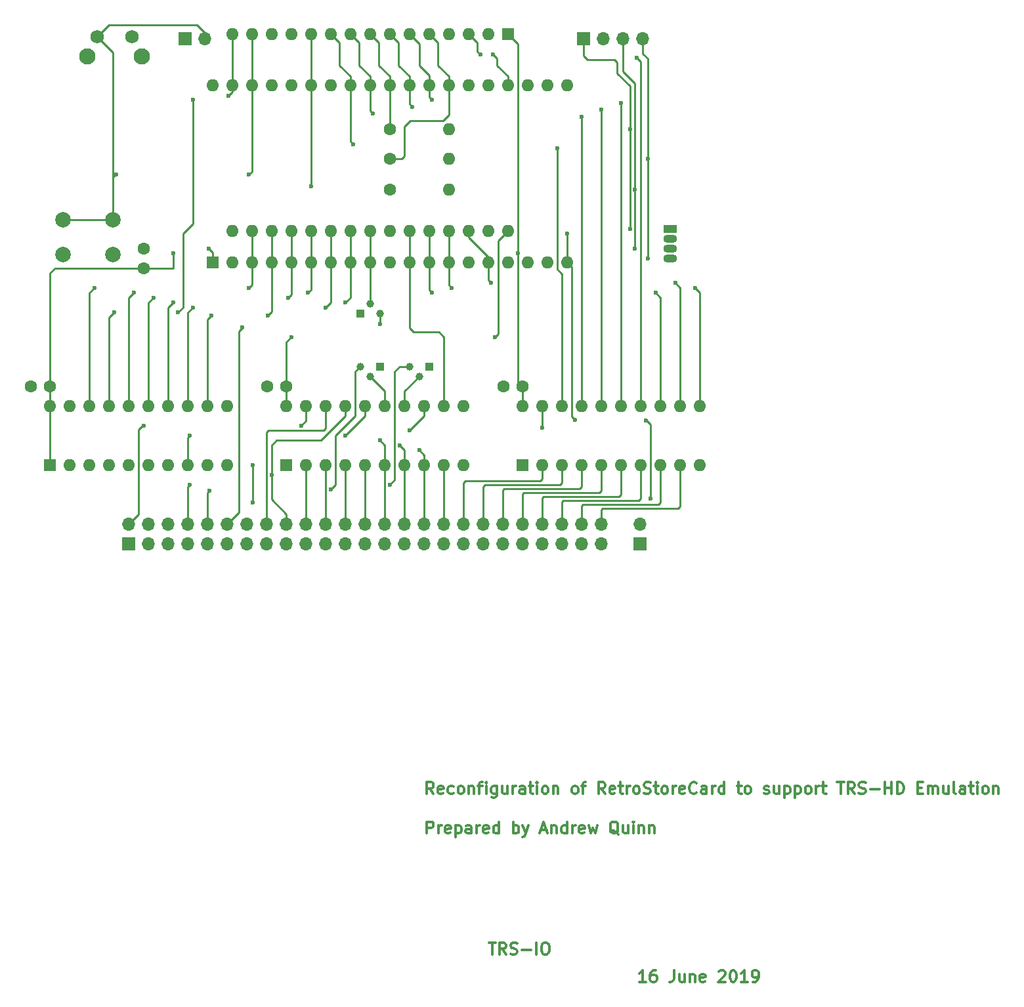
<source format=gbr>
G04 #@! TF.FileFunction,Copper,L1,Top,Signal*
%FSLAX46Y46*%
G04 Gerber Fmt 4.6, Leading zero omitted, Abs format (unit mm)*
G04 Created by KiCad (PCBNEW 4.0.7) date 07/07/19 07:38:13*
%MOMM*%
%LPD*%
G01*
G04 APERTURE LIST*
%ADD10C,0.100000*%
%ADD11C,0.300000*%
%ADD12C,1.600000*%
%ADD13R,1.800000X1.070000*%
%ADD14O,1.800000X1.070000*%
%ADD15C,1.000000*%
%ADD16R,1.000000X1.000000*%
%ADD17O,1.600000X1.600000*%
%ADD18C,2.000000*%
%ADD19R,1.600000X1.600000*%
%ADD20R,1.700000X1.700000*%
%ADD21O,1.700000X1.700000*%
%ADD22C,2.100000*%
%ADD23C,1.750000*%
%ADD24C,0.600000*%
%ADD25C,0.250000*%
G04 APERTURE END LIST*
D10*
D11*
X180284286Y-169451571D02*
X179784286Y-168737286D01*
X179427143Y-169451571D02*
X179427143Y-167951571D01*
X179998571Y-167951571D01*
X180141429Y-168023000D01*
X180212857Y-168094429D01*
X180284286Y-168237286D01*
X180284286Y-168451571D01*
X180212857Y-168594429D01*
X180141429Y-168665857D01*
X179998571Y-168737286D01*
X179427143Y-168737286D01*
X181498571Y-169380143D02*
X181355714Y-169451571D01*
X181070000Y-169451571D01*
X180927143Y-169380143D01*
X180855714Y-169237286D01*
X180855714Y-168665857D01*
X180927143Y-168523000D01*
X181070000Y-168451571D01*
X181355714Y-168451571D01*
X181498571Y-168523000D01*
X181570000Y-168665857D01*
X181570000Y-168808714D01*
X180855714Y-168951571D01*
X182855714Y-169380143D02*
X182712857Y-169451571D01*
X182427143Y-169451571D01*
X182284285Y-169380143D01*
X182212857Y-169308714D01*
X182141428Y-169165857D01*
X182141428Y-168737286D01*
X182212857Y-168594429D01*
X182284285Y-168523000D01*
X182427143Y-168451571D01*
X182712857Y-168451571D01*
X182855714Y-168523000D01*
X183712857Y-169451571D02*
X183569999Y-169380143D01*
X183498571Y-169308714D01*
X183427142Y-169165857D01*
X183427142Y-168737286D01*
X183498571Y-168594429D01*
X183569999Y-168523000D01*
X183712857Y-168451571D01*
X183927142Y-168451571D01*
X184069999Y-168523000D01*
X184141428Y-168594429D01*
X184212857Y-168737286D01*
X184212857Y-169165857D01*
X184141428Y-169308714D01*
X184069999Y-169380143D01*
X183927142Y-169451571D01*
X183712857Y-169451571D01*
X184855714Y-168451571D02*
X184855714Y-169451571D01*
X184855714Y-168594429D02*
X184927142Y-168523000D01*
X185070000Y-168451571D01*
X185284285Y-168451571D01*
X185427142Y-168523000D01*
X185498571Y-168665857D01*
X185498571Y-169451571D01*
X185998571Y-168451571D02*
X186570000Y-168451571D01*
X186212857Y-169451571D02*
X186212857Y-168165857D01*
X186284285Y-168023000D01*
X186427143Y-167951571D01*
X186570000Y-167951571D01*
X187070000Y-169451571D02*
X187070000Y-168451571D01*
X187070000Y-167951571D02*
X186998571Y-168023000D01*
X187070000Y-168094429D01*
X187141428Y-168023000D01*
X187070000Y-167951571D01*
X187070000Y-168094429D01*
X188427143Y-168451571D02*
X188427143Y-169665857D01*
X188355714Y-169808714D01*
X188284286Y-169880143D01*
X188141429Y-169951571D01*
X187927143Y-169951571D01*
X187784286Y-169880143D01*
X188427143Y-169380143D02*
X188284286Y-169451571D01*
X187998572Y-169451571D01*
X187855714Y-169380143D01*
X187784286Y-169308714D01*
X187712857Y-169165857D01*
X187712857Y-168737286D01*
X187784286Y-168594429D01*
X187855714Y-168523000D01*
X187998572Y-168451571D01*
X188284286Y-168451571D01*
X188427143Y-168523000D01*
X189784286Y-168451571D02*
X189784286Y-169451571D01*
X189141429Y-168451571D02*
X189141429Y-169237286D01*
X189212857Y-169380143D01*
X189355715Y-169451571D01*
X189570000Y-169451571D01*
X189712857Y-169380143D01*
X189784286Y-169308714D01*
X190498572Y-169451571D02*
X190498572Y-168451571D01*
X190498572Y-168737286D02*
X190570000Y-168594429D01*
X190641429Y-168523000D01*
X190784286Y-168451571D01*
X190927143Y-168451571D01*
X192070000Y-169451571D02*
X192070000Y-168665857D01*
X191998571Y-168523000D01*
X191855714Y-168451571D01*
X191570000Y-168451571D01*
X191427143Y-168523000D01*
X192070000Y-169380143D02*
X191927143Y-169451571D01*
X191570000Y-169451571D01*
X191427143Y-169380143D01*
X191355714Y-169237286D01*
X191355714Y-169094429D01*
X191427143Y-168951571D01*
X191570000Y-168880143D01*
X191927143Y-168880143D01*
X192070000Y-168808714D01*
X192570000Y-168451571D02*
X193141429Y-168451571D01*
X192784286Y-167951571D02*
X192784286Y-169237286D01*
X192855714Y-169380143D01*
X192998572Y-169451571D01*
X193141429Y-169451571D01*
X193641429Y-169451571D02*
X193641429Y-168451571D01*
X193641429Y-167951571D02*
X193570000Y-168023000D01*
X193641429Y-168094429D01*
X193712857Y-168023000D01*
X193641429Y-167951571D01*
X193641429Y-168094429D01*
X194570001Y-169451571D02*
X194427143Y-169380143D01*
X194355715Y-169308714D01*
X194284286Y-169165857D01*
X194284286Y-168737286D01*
X194355715Y-168594429D01*
X194427143Y-168523000D01*
X194570001Y-168451571D01*
X194784286Y-168451571D01*
X194927143Y-168523000D01*
X194998572Y-168594429D01*
X195070001Y-168737286D01*
X195070001Y-169165857D01*
X194998572Y-169308714D01*
X194927143Y-169380143D01*
X194784286Y-169451571D01*
X194570001Y-169451571D01*
X195712858Y-168451571D02*
X195712858Y-169451571D01*
X195712858Y-168594429D02*
X195784286Y-168523000D01*
X195927144Y-168451571D01*
X196141429Y-168451571D01*
X196284286Y-168523000D01*
X196355715Y-168665857D01*
X196355715Y-169451571D01*
X198427144Y-169451571D02*
X198284286Y-169380143D01*
X198212858Y-169308714D01*
X198141429Y-169165857D01*
X198141429Y-168737286D01*
X198212858Y-168594429D01*
X198284286Y-168523000D01*
X198427144Y-168451571D01*
X198641429Y-168451571D01*
X198784286Y-168523000D01*
X198855715Y-168594429D01*
X198927144Y-168737286D01*
X198927144Y-169165857D01*
X198855715Y-169308714D01*
X198784286Y-169380143D01*
X198641429Y-169451571D01*
X198427144Y-169451571D01*
X199355715Y-168451571D02*
X199927144Y-168451571D01*
X199570001Y-169451571D02*
X199570001Y-168165857D01*
X199641429Y-168023000D01*
X199784287Y-167951571D01*
X199927144Y-167951571D01*
X202427144Y-169451571D02*
X201927144Y-168737286D01*
X201570001Y-169451571D02*
X201570001Y-167951571D01*
X202141429Y-167951571D01*
X202284287Y-168023000D01*
X202355715Y-168094429D01*
X202427144Y-168237286D01*
X202427144Y-168451571D01*
X202355715Y-168594429D01*
X202284287Y-168665857D01*
X202141429Y-168737286D01*
X201570001Y-168737286D01*
X203641429Y-169380143D02*
X203498572Y-169451571D01*
X203212858Y-169451571D01*
X203070001Y-169380143D01*
X202998572Y-169237286D01*
X202998572Y-168665857D01*
X203070001Y-168523000D01*
X203212858Y-168451571D01*
X203498572Y-168451571D01*
X203641429Y-168523000D01*
X203712858Y-168665857D01*
X203712858Y-168808714D01*
X202998572Y-168951571D01*
X204141429Y-168451571D02*
X204712858Y-168451571D01*
X204355715Y-167951571D02*
X204355715Y-169237286D01*
X204427143Y-169380143D01*
X204570001Y-169451571D01*
X204712858Y-169451571D01*
X205212858Y-169451571D02*
X205212858Y-168451571D01*
X205212858Y-168737286D02*
X205284286Y-168594429D01*
X205355715Y-168523000D01*
X205498572Y-168451571D01*
X205641429Y-168451571D01*
X206355715Y-169451571D02*
X206212857Y-169380143D01*
X206141429Y-169308714D01*
X206070000Y-169165857D01*
X206070000Y-168737286D01*
X206141429Y-168594429D01*
X206212857Y-168523000D01*
X206355715Y-168451571D01*
X206570000Y-168451571D01*
X206712857Y-168523000D01*
X206784286Y-168594429D01*
X206855715Y-168737286D01*
X206855715Y-169165857D01*
X206784286Y-169308714D01*
X206712857Y-169380143D01*
X206570000Y-169451571D01*
X206355715Y-169451571D01*
X207427143Y-169380143D02*
X207641429Y-169451571D01*
X207998572Y-169451571D01*
X208141429Y-169380143D01*
X208212858Y-169308714D01*
X208284286Y-169165857D01*
X208284286Y-169023000D01*
X208212858Y-168880143D01*
X208141429Y-168808714D01*
X207998572Y-168737286D01*
X207712858Y-168665857D01*
X207570000Y-168594429D01*
X207498572Y-168523000D01*
X207427143Y-168380143D01*
X207427143Y-168237286D01*
X207498572Y-168094429D01*
X207570000Y-168023000D01*
X207712858Y-167951571D01*
X208070000Y-167951571D01*
X208284286Y-168023000D01*
X208712857Y-168451571D02*
X209284286Y-168451571D01*
X208927143Y-167951571D02*
X208927143Y-169237286D01*
X208998571Y-169380143D01*
X209141429Y-169451571D01*
X209284286Y-169451571D01*
X209998572Y-169451571D02*
X209855714Y-169380143D01*
X209784286Y-169308714D01*
X209712857Y-169165857D01*
X209712857Y-168737286D01*
X209784286Y-168594429D01*
X209855714Y-168523000D01*
X209998572Y-168451571D01*
X210212857Y-168451571D01*
X210355714Y-168523000D01*
X210427143Y-168594429D01*
X210498572Y-168737286D01*
X210498572Y-169165857D01*
X210427143Y-169308714D01*
X210355714Y-169380143D01*
X210212857Y-169451571D01*
X209998572Y-169451571D01*
X211141429Y-169451571D02*
X211141429Y-168451571D01*
X211141429Y-168737286D02*
X211212857Y-168594429D01*
X211284286Y-168523000D01*
X211427143Y-168451571D01*
X211570000Y-168451571D01*
X212641428Y-169380143D02*
X212498571Y-169451571D01*
X212212857Y-169451571D01*
X212070000Y-169380143D01*
X211998571Y-169237286D01*
X211998571Y-168665857D01*
X212070000Y-168523000D01*
X212212857Y-168451571D01*
X212498571Y-168451571D01*
X212641428Y-168523000D01*
X212712857Y-168665857D01*
X212712857Y-168808714D01*
X211998571Y-168951571D01*
X214212857Y-169308714D02*
X214141428Y-169380143D01*
X213927142Y-169451571D01*
X213784285Y-169451571D01*
X213570000Y-169380143D01*
X213427142Y-169237286D01*
X213355714Y-169094429D01*
X213284285Y-168808714D01*
X213284285Y-168594429D01*
X213355714Y-168308714D01*
X213427142Y-168165857D01*
X213570000Y-168023000D01*
X213784285Y-167951571D01*
X213927142Y-167951571D01*
X214141428Y-168023000D01*
X214212857Y-168094429D01*
X215498571Y-169451571D02*
X215498571Y-168665857D01*
X215427142Y-168523000D01*
X215284285Y-168451571D01*
X214998571Y-168451571D01*
X214855714Y-168523000D01*
X215498571Y-169380143D02*
X215355714Y-169451571D01*
X214998571Y-169451571D01*
X214855714Y-169380143D01*
X214784285Y-169237286D01*
X214784285Y-169094429D01*
X214855714Y-168951571D01*
X214998571Y-168880143D01*
X215355714Y-168880143D01*
X215498571Y-168808714D01*
X216212857Y-169451571D02*
X216212857Y-168451571D01*
X216212857Y-168737286D02*
X216284285Y-168594429D01*
X216355714Y-168523000D01*
X216498571Y-168451571D01*
X216641428Y-168451571D01*
X217784285Y-169451571D02*
X217784285Y-167951571D01*
X217784285Y-169380143D02*
X217641428Y-169451571D01*
X217355714Y-169451571D01*
X217212856Y-169380143D01*
X217141428Y-169308714D01*
X217069999Y-169165857D01*
X217069999Y-168737286D01*
X217141428Y-168594429D01*
X217212856Y-168523000D01*
X217355714Y-168451571D01*
X217641428Y-168451571D01*
X217784285Y-168523000D01*
X219427142Y-168451571D02*
X219998571Y-168451571D01*
X219641428Y-167951571D02*
X219641428Y-169237286D01*
X219712856Y-169380143D01*
X219855714Y-169451571D01*
X219998571Y-169451571D01*
X220712857Y-169451571D02*
X220569999Y-169380143D01*
X220498571Y-169308714D01*
X220427142Y-169165857D01*
X220427142Y-168737286D01*
X220498571Y-168594429D01*
X220569999Y-168523000D01*
X220712857Y-168451571D01*
X220927142Y-168451571D01*
X221069999Y-168523000D01*
X221141428Y-168594429D01*
X221212857Y-168737286D01*
X221212857Y-169165857D01*
X221141428Y-169308714D01*
X221069999Y-169380143D01*
X220927142Y-169451571D01*
X220712857Y-169451571D01*
X222927142Y-169380143D02*
X223069999Y-169451571D01*
X223355714Y-169451571D01*
X223498571Y-169380143D01*
X223569999Y-169237286D01*
X223569999Y-169165857D01*
X223498571Y-169023000D01*
X223355714Y-168951571D01*
X223141428Y-168951571D01*
X222998571Y-168880143D01*
X222927142Y-168737286D01*
X222927142Y-168665857D01*
X222998571Y-168523000D01*
X223141428Y-168451571D01*
X223355714Y-168451571D01*
X223498571Y-168523000D01*
X224855714Y-168451571D02*
X224855714Y-169451571D01*
X224212857Y-168451571D02*
X224212857Y-169237286D01*
X224284285Y-169380143D01*
X224427143Y-169451571D01*
X224641428Y-169451571D01*
X224784285Y-169380143D01*
X224855714Y-169308714D01*
X225570000Y-168451571D02*
X225570000Y-169951571D01*
X225570000Y-168523000D02*
X225712857Y-168451571D01*
X225998571Y-168451571D01*
X226141428Y-168523000D01*
X226212857Y-168594429D01*
X226284286Y-168737286D01*
X226284286Y-169165857D01*
X226212857Y-169308714D01*
X226141428Y-169380143D01*
X225998571Y-169451571D01*
X225712857Y-169451571D01*
X225570000Y-169380143D01*
X226927143Y-168451571D02*
X226927143Y-169951571D01*
X226927143Y-168523000D02*
X227070000Y-168451571D01*
X227355714Y-168451571D01*
X227498571Y-168523000D01*
X227570000Y-168594429D01*
X227641429Y-168737286D01*
X227641429Y-169165857D01*
X227570000Y-169308714D01*
X227498571Y-169380143D01*
X227355714Y-169451571D01*
X227070000Y-169451571D01*
X226927143Y-169380143D01*
X228498572Y-169451571D02*
X228355714Y-169380143D01*
X228284286Y-169308714D01*
X228212857Y-169165857D01*
X228212857Y-168737286D01*
X228284286Y-168594429D01*
X228355714Y-168523000D01*
X228498572Y-168451571D01*
X228712857Y-168451571D01*
X228855714Y-168523000D01*
X228927143Y-168594429D01*
X228998572Y-168737286D01*
X228998572Y-169165857D01*
X228927143Y-169308714D01*
X228855714Y-169380143D01*
X228712857Y-169451571D01*
X228498572Y-169451571D01*
X229641429Y-169451571D02*
X229641429Y-168451571D01*
X229641429Y-168737286D02*
X229712857Y-168594429D01*
X229784286Y-168523000D01*
X229927143Y-168451571D01*
X230070000Y-168451571D01*
X230355714Y-168451571D02*
X230927143Y-168451571D01*
X230570000Y-167951571D02*
X230570000Y-169237286D01*
X230641428Y-169380143D01*
X230784286Y-169451571D01*
X230927143Y-169451571D01*
X232355714Y-167951571D02*
X233212857Y-167951571D01*
X232784286Y-169451571D02*
X232784286Y-167951571D01*
X234570000Y-169451571D02*
X234070000Y-168737286D01*
X233712857Y-169451571D02*
X233712857Y-167951571D01*
X234284285Y-167951571D01*
X234427143Y-168023000D01*
X234498571Y-168094429D01*
X234570000Y-168237286D01*
X234570000Y-168451571D01*
X234498571Y-168594429D01*
X234427143Y-168665857D01*
X234284285Y-168737286D01*
X233712857Y-168737286D01*
X235141428Y-169380143D02*
X235355714Y-169451571D01*
X235712857Y-169451571D01*
X235855714Y-169380143D01*
X235927143Y-169308714D01*
X235998571Y-169165857D01*
X235998571Y-169023000D01*
X235927143Y-168880143D01*
X235855714Y-168808714D01*
X235712857Y-168737286D01*
X235427143Y-168665857D01*
X235284285Y-168594429D01*
X235212857Y-168523000D01*
X235141428Y-168380143D01*
X235141428Y-168237286D01*
X235212857Y-168094429D01*
X235284285Y-168023000D01*
X235427143Y-167951571D01*
X235784285Y-167951571D01*
X235998571Y-168023000D01*
X236641428Y-168880143D02*
X237784285Y-168880143D01*
X238498571Y-169451571D02*
X238498571Y-167951571D01*
X238498571Y-168665857D02*
X239355714Y-168665857D01*
X239355714Y-169451571D02*
X239355714Y-167951571D01*
X240070000Y-169451571D02*
X240070000Y-167951571D01*
X240427143Y-167951571D01*
X240641428Y-168023000D01*
X240784286Y-168165857D01*
X240855714Y-168308714D01*
X240927143Y-168594429D01*
X240927143Y-168808714D01*
X240855714Y-169094429D01*
X240784286Y-169237286D01*
X240641428Y-169380143D01*
X240427143Y-169451571D01*
X240070000Y-169451571D01*
X242712857Y-168665857D02*
X243212857Y-168665857D01*
X243427143Y-169451571D02*
X242712857Y-169451571D01*
X242712857Y-167951571D01*
X243427143Y-167951571D01*
X244070000Y-169451571D02*
X244070000Y-168451571D01*
X244070000Y-168594429D02*
X244141428Y-168523000D01*
X244284286Y-168451571D01*
X244498571Y-168451571D01*
X244641428Y-168523000D01*
X244712857Y-168665857D01*
X244712857Y-169451571D01*
X244712857Y-168665857D02*
X244784286Y-168523000D01*
X244927143Y-168451571D01*
X245141428Y-168451571D01*
X245284286Y-168523000D01*
X245355714Y-168665857D01*
X245355714Y-169451571D01*
X246712857Y-168451571D02*
X246712857Y-169451571D01*
X246070000Y-168451571D02*
X246070000Y-169237286D01*
X246141428Y-169380143D01*
X246284286Y-169451571D01*
X246498571Y-169451571D01*
X246641428Y-169380143D01*
X246712857Y-169308714D01*
X247641429Y-169451571D02*
X247498571Y-169380143D01*
X247427143Y-169237286D01*
X247427143Y-167951571D01*
X248855714Y-169451571D02*
X248855714Y-168665857D01*
X248784285Y-168523000D01*
X248641428Y-168451571D01*
X248355714Y-168451571D01*
X248212857Y-168523000D01*
X248855714Y-169380143D02*
X248712857Y-169451571D01*
X248355714Y-169451571D01*
X248212857Y-169380143D01*
X248141428Y-169237286D01*
X248141428Y-169094429D01*
X248212857Y-168951571D01*
X248355714Y-168880143D01*
X248712857Y-168880143D01*
X248855714Y-168808714D01*
X249355714Y-168451571D02*
X249927143Y-168451571D01*
X249570000Y-167951571D02*
X249570000Y-169237286D01*
X249641428Y-169380143D01*
X249784286Y-169451571D01*
X249927143Y-169451571D01*
X250427143Y-169451571D02*
X250427143Y-168451571D01*
X250427143Y-167951571D02*
X250355714Y-168023000D01*
X250427143Y-168094429D01*
X250498571Y-168023000D01*
X250427143Y-167951571D01*
X250427143Y-168094429D01*
X251355715Y-169451571D02*
X251212857Y-169380143D01*
X251141429Y-169308714D01*
X251070000Y-169165857D01*
X251070000Y-168737286D01*
X251141429Y-168594429D01*
X251212857Y-168523000D01*
X251355715Y-168451571D01*
X251570000Y-168451571D01*
X251712857Y-168523000D01*
X251784286Y-168594429D01*
X251855715Y-168737286D01*
X251855715Y-169165857D01*
X251784286Y-169308714D01*
X251712857Y-169380143D01*
X251570000Y-169451571D01*
X251355715Y-169451571D01*
X252498572Y-168451571D02*
X252498572Y-169451571D01*
X252498572Y-168594429D02*
X252570000Y-168523000D01*
X252712858Y-168451571D01*
X252927143Y-168451571D01*
X253070000Y-168523000D01*
X253141429Y-168665857D01*
X253141429Y-169451571D01*
X179427143Y-174551571D02*
X179427143Y-173051571D01*
X179998571Y-173051571D01*
X180141429Y-173123000D01*
X180212857Y-173194429D01*
X180284286Y-173337286D01*
X180284286Y-173551571D01*
X180212857Y-173694429D01*
X180141429Y-173765857D01*
X179998571Y-173837286D01*
X179427143Y-173837286D01*
X180927143Y-174551571D02*
X180927143Y-173551571D01*
X180927143Y-173837286D02*
X180998571Y-173694429D01*
X181070000Y-173623000D01*
X181212857Y-173551571D01*
X181355714Y-173551571D01*
X182427142Y-174480143D02*
X182284285Y-174551571D01*
X181998571Y-174551571D01*
X181855714Y-174480143D01*
X181784285Y-174337286D01*
X181784285Y-173765857D01*
X181855714Y-173623000D01*
X181998571Y-173551571D01*
X182284285Y-173551571D01*
X182427142Y-173623000D01*
X182498571Y-173765857D01*
X182498571Y-173908714D01*
X181784285Y-174051571D01*
X183141428Y-173551571D02*
X183141428Y-175051571D01*
X183141428Y-173623000D02*
X183284285Y-173551571D01*
X183569999Y-173551571D01*
X183712856Y-173623000D01*
X183784285Y-173694429D01*
X183855714Y-173837286D01*
X183855714Y-174265857D01*
X183784285Y-174408714D01*
X183712856Y-174480143D01*
X183569999Y-174551571D01*
X183284285Y-174551571D01*
X183141428Y-174480143D01*
X185141428Y-174551571D02*
X185141428Y-173765857D01*
X185069999Y-173623000D01*
X184927142Y-173551571D01*
X184641428Y-173551571D01*
X184498571Y-173623000D01*
X185141428Y-174480143D02*
X184998571Y-174551571D01*
X184641428Y-174551571D01*
X184498571Y-174480143D01*
X184427142Y-174337286D01*
X184427142Y-174194429D01*
X184498571Y-174051571D01*
X184641428Y-173980143D01*
X184998571Y-173980143D01*
X185141428Y-173908714D01*
X185855714Y-174551571D02*
X185855714Y-173551571D01*
X185855714Y-173837286D02*
X185927142Y-173694429D01*
X185998571Y-173623000D01*
X186141428Y-173551571D01*
X186284285Y-173551571D01*
X187355713Y-174480143D02*
X187212856Y-174551571D01*
X186927142Y-174551571D01*
X186784285Y-174480143D01*
X186712856Y-174337286D01*
X186712856Y-173765857D01*
X186784285Y-173623000D01*
X186927142Y-173551571D01*
X187212856Y-173551571D01*
X187355713Y-173623000D01*
X187427142Y-173765857D01*
X187427142Y-173908714D01*
X186712856Y-174051571D01*
X188712856Y-174551571D02*
X188712856Y-173051571D01*
X188712856Y-174480143D02*
X188569999Y-174551571D01*
X188284285Y-174551571D01*
X188141427Y-174480143D01*
X188069999Y-174408714D01*
X187998570Y-174265857D01*
X187998570Y-173837286D01*
X188069999Y-173694429D01*
X188141427Y-173623000D01*
X188284285Y-173551571D01*
X188569999Y-173551571D01*
X188712856Y-173623000D01*
X190569999Y-174551571D02*
X190569999Y-173051571D01*
X190569999Y-173623000D02*
X190712856Y-173551571D01*
X190998570Y-173551571D01*
X191141427Y-173623000D01*
X191212856Y-173694429D01*
X191284285Y-173837286D01*
X191284285Y-174265857D01*
X191212856Y-174408714D01*
X191141427Y-174480143D01*
X190998570Y-174551571D01*
X190712856Y-174551571D01*
X190569999Y-174480143D01*
X191784285Y-173551571D02*
X192141428Y-174551571D01*
X192498570Y-173551571D02*
X192141428Y-174551571D01*
X191998570Y-174908714D01*
X191927142Y-174980143D01*
X191784285Y-175051571D01*
X194141427Y-174123000D02*
X194855713Y-174123000D01*
X193998570Y-174551571D02*
X194498570Y-173051571D01*
X194998570Y-174551571D01*
X195498570Y-173551571D02*
X195498570Y-174551571D01*
X195498570Y-173694429D02*
X195569998Y-173623000D01*
X195712856Y-173551571D01*
X195927141Y-173551571D01*
X196069998Y-173623000D01*
X196141427Y-173765857D01*
X196141427Y-174551571D01*
X197498570Y-174551571D02*
X197498570Y-173051571D01*
X197498570Y-174480143D02*
X197355713Y-174551571D01*
X197069999Y-174551571D01*
X196927141Y-174480143D01*
X196855713Y-174408714D01*
X196784284Y-174265857D01*
X196784284Y-173837286D01*
X196855713Y-173694429D01*
X196927141Y-173623000D01*
X197069999Y-173551571D01*
X197355713Y-173551571D01*
X197498570Y-173623000D01*
X198212856Y-174551571D02*
X198212856Y-173551571D01*
X198212856Y-173837286D02*
X198284284Y-173694429D01*
X198355713Y-173623000D01*
X198498570Y-173551571D01*
X198641427Y-173551571D01*
X199712855Y-174480143D02*
X199569998Y-174551571D01*
X199284284Y-174551571D01*
X199141427Y-174480143D01*
X199069998Y-174337286D01*
X199069998Y-173765857D01*
X199141427Y-173623000D01*
X199284284Y-173551571D01*
X199569998Y-173551571D01*
X199712855Y-173623000D01*
X199784284Y-173765857D01*
X199784284Y-173908714D01*
X199069998Y-174051571D01*
X200284284Y-173551571D02*
X200569998Y-174551571D01*
X200855712Y-173837286D01*
X201141427Y-174551571D01*
X201427141Y-173551571D01*
X204141427Y-174694429D02*
X203998570Y-174623000D01*
X203855713Y-174480143D01*
X203641427Y-174265857D01*
X203498570Y-174194429D01*
X203355713Y-174194429D01*
X203427141Y-174551571D02*
X203284284Y-174480143D01*
X203141427Y-174337286D01*
X203069998Y-174051571D01*
X203069998Y-173551571D01*
X203141427Y-173265857D01*
X203284284Y-173123000D01*
X203427141Y-173051571D01*
X203712855Y-173051571D01*
X203855713Y-173123000D01*
X203998570Y-173265857D01*
X204069998Y-173551571D01*
X204069998Y-174051571D01*
X203998570Y-174337286D01*
X203855713Y-174480143D01*
X203712855Y-174551571D01*
X203427141Y-174551571D01*
X205355713Y-173551571D02*
X205355713Y-174551571D01*
X204712856Y-173551571D02*
X204712856Y-174337286D01*
X204784284Y-174480143D01*
X204927142Y-174551571D01*
X205141427Y-174551571D01*
X205284284Y-174480143D01*
X205355713Y-174408714D01*
X206069999Y-174551571D02*
X206069999Y-173551571D01*
X206069999Y-173051571D02*
X205998570Y-173123000D01*
X206069999Y-173194429D01*
X206141427Y-173123000D01*
X206069999Y-173051571D01*
X206069999Y-173194429D01*
X206784285Y-173551571D02*
X206784285Y-174551571D01*
X206784285Y-173694429D02*
X206855713Y-173623000D01*
X206998571Y-173551571D01*
X207212856Y-173551571D01*
X207355713Y-173623000D01*
X207427142Y-173765857D01*
X207427142Y-174551571D01*
X208141428Y-173551571D02*
X208141428Y-174551571D01*
X208141428Y-173694429D02*
X208212856Y-173623000D01*
X208355714Y-173551571D01*
X208569999Y-173551571D01*
X208712856Y-173623000D01*
X208784285Y-173765857D01*
X208784285Y-174551571D01*
X207645859Y-193718571D02*
X206788716Y-193718571D01*
X207217288Y-193718571D02*
X207217288Y-192218571D01*
X207074431Y-192432857D01*
X206931573Y-192575714D01*
X206788716Y-192647143D01*
X208931573Y-192218571D02*
X208645859Y-192218571D01*
X208503002Y-192290000D01*
X208431573Y-192361429D01*
X208288716Y-192575714D01*
X208217287Y-192861429D01*
X208217287Y-193432857D01*
X208288716Y-193575714D01*
X208360144Y-193647143D01*
X208503002Y-193718571D01*
X208788716Y-193718571D01*
X208931573Y-193647143D01*
X209003002Y-193575714D01*
X209074430Y-193432857D01*
X209074430Y-193075714D01*
X209003002Y-192932857D01*
X208931573Y-192861429D01*
X208788716Y-192790000D01*
X208503002Y-192790000D01*
X208360144Y-192861429D01*
X208288716Y-192932857D01*
X208217287Y-193075714D01*
X211288715Y-192218571D02*
X211288715Y-193290000D01*
X211217287Y-193504286D01*
X211074430Y-193647143D01*
X210860144Y-193718571D01*
X210717287Y-193718571D01*
X212645858Y-192718571D02*
X212645858Y-193718571D01*
X212003001Y-192718571D02*
X212003001Y-193504286D01*
X212074429Y-193647143D01*
X212217287Y-193718571D01*
X212431572Y-193718571D01*
X212574429Y-193647143D01*
X212645858Y-193575714D01*
X213360144Y-192718571D02*
X213360144Y-193718571D01*
X213360144Y-192861429D02*
X213431572Y-192790000D01*
X213574430Y-192718571D01*
X213788715Y-192718571D01*
X213931572Y-192790000D01*
X214003001Y-192932857D01*
X214003001Y-193718571D01*
X215288715Y-193647143D02*
X215145858Y-193718571D01*
X214860144Y-193718571D01*
X214717287Y-193647143D01*
X214645858Y-193504286D01*
X214645858Y-192932857D01*
X214717287Y-192790000D01*
X214860144Y-192718571D01*
X215145858Y-192718571D01*
X215288715Y-192790000D01*
X215360144Y-192932857D01*
X215360144Y-193075714D01*
X214645858Y-193218571D01*
X217074429Y-192361429D02*
X217145858Y-192290000D01*
X217288715Y-192218571D01*
X217645858Y-192218571D01*
X217788715Y-192290000D01*
X217860144Y-192361429D01*
X217931572Y-192504286D01*
X217931572Y-192647143D01*
X217860144Y-192861429D01*
X217003001Y-193718571D01*
X217931572Y-193718571D01*
X218860143Y-192218571D02*
X219003000Y-192218571D01*
X219145857Y-192290000D01*
X219217286Y-192361429D01*
X219288715Y-192504286D01*
X219360143Y-192790000D01*
X219360143Y-193147143D01*
X219288715Y-193432857D01*
X219217286Y-193575714D01*
X219145857Y-193647143D01*
X219003000Y-193718571D01*
X218860143Y-193718571D01*
X218717286Y-193647143D01*
X218645857Y-193575714D01*
X218574429Y-193432857D01*
X218503000Y-193147143D01*
X218503000Y-192790000D01*
X218574429Y-192504286D01*
X218645857Y-192361429D01*
X218717286Y-192290000D01*
X218860143Y-192218571D01*
X220788714Y-193718571D02*
X219931571Y-193718571D01*
X220360143Y-193718571D02*
X220360143Y-192218571D01*
X220217286Y-192432857D01*
X220074428Y-192575714D01*
X219931571Y-192647143D01*
X221502999Y-193718571D02*
X221788714Y-193718571D01*
X221931571Y-193647143D01*
X222002999Y-193575714D01*
X222145857Y-193361429D01*
X222217285Y-193075714D01*
X222217285Y-192504286D01*
X222145857Y-192361429D01*
X222074428Y-192290000D01*
X221931571Y-192218571D01*
X221645857Y-192218571D01*
X221502999Y-192290000D01*
X221431571Y-192361429D01*
X221360142Y-192504286D01*
X221360142Y-192861429D01*
X221431571Y-193004286D01*
X221502999Y-193075714D01*
X221645857Y-193147143D01*
X221931571Y-193147143D01*
X222074428Y-193075714D01*
X222145857Y-193004286D01*
X222217285Y-192861429D01*
X187424714Y-188662571D02*
X188281857Y-188662571D01*
X187853286Y-190162571D02*
X187853286Y-188662571D01*
X189639000Y-190162571D02*
X189139000Y-189448286D01*
X188781857Y-190162571D02*
X188781857Y-188662571D01*
X189353285Y-188662571D01*
X189496143Y-188734000D01*
X189567571Y-188805429D01*
X189639000Y-188948286D01*
X189639000Y-189162571D01*
X189567571Y-189305429D01*
X189496143Y-189376857D01*
X189353285Y-189448286D01*
X188781857Y-189448286D01*
X190210428Y-190091143D02*
X190424714Y-190162571D01*
X190781857Y-190162571D01*
X190924714Y-190091143D01*
X190996143Y-190019714D01*
X191067571Y-189876857D01*
X191067571Y-189734000D01*
X190996143Y-189591143D01*
X190924714Y-189519714D01*
X190781857Y-189448286D01*
X190496143Y-189376857D01*
X190353285Y-189305429D01*
X190281857Y-189234000D01*
X190210428Y-189091143D01*
X190210428Y-188948286D01*
X190281857Y-188805429D01*
X190353285Y-188734000D01*
X190496143Y-188662571D01*
X190853285Y-188662571D01*
X191067571Y-188734000D01*
X191710428Y-189591143D02*
X192853285Y-189591143D01*
X193567571Y-190162571D02*
X193567571Y-188662571D01*
X194567571Y-188662571D02*
X194853285Y-188662571D01*
X194996143Y-188734000D01*
X195139000Y-188876857D01*
X195210428Y-189162571D01*
X195210428Y-189662571D01*
X195139000Y-189948286D01*
X194996143Y-190091143D01*
X194853285Y-190162571D01*
X194567571Y-190162571D01*
X194424714Y-190091143D01*
X194281857Y-189948286D01*
X194210428Y-189662571D01*
X194210428Y-189162571D01*
X194281857Y-188876857D01*
X194424714Y-188734000D01*
X194567571Y-188662571D01*
D12*
X130810000Y-116840000D03*
X128310000Y-116840000D03*
X161290000Y-116840000D03*
X158790000Y-116840000D03*
X191770000Y-116840000D03*
X189270000Y-116840000D03*
X142875000Y-101600000D03*
X142875000Y-99100000D03*
D13*
X210820000Y-96520000D03*
D14*
X210820000Y-97790000D03*
X210820000Y-99060000D03*
X210820000Y-100330000D03*
D15*
X172085000Y-106172000D03*
X173355000Y-107442000D03*
D16*
X170815000Y-107442000D03*
D15*
X172085000Y-115570000D03*
X170815000Y-114300000D03*
D16*
X173355000Y-114300000D03*
D15*
X178435000Y-115570000D03*
X177165000Y-114300000D03*
D16*
X179705000Y-114300000D03*
D12*
X174625000Y-83693000D03*
D17*
X182245000Y-83693000D03*
D12*
X174625000Y-87503000D03*
D17*
X182245000Y-87503000D03*
D12*
X174625000Y-91440000D03*
D17*
X182245000Y-91440000D03*
D18*
X132461000Y-99877000D03*
X132461000Y-95377000D03*
X138961000Y-99877000D03*
X138961000Y-95377000D03*
D19*
X191770000Y-127000000D03*
D17*
X214630000Y-119380000D03*
X194310000Y-127000000D03*
X212090000Y-119380000D03*
X196850000Y-127000000D03*
X209550000Y-119380000D03*
X199390000Y-127000000D03*
X207010000Y-119380000D03*
X201930000Y-127000000D03*
X204470000Y-119380000D03*
X204470000Y-127000000D03*
X201930000Y-119380000D03*
X207010000Y-127000000D03*
X199390000Y-119380000D03*
X209550000Y-127000000D03*
X196850000Y-119380000D03*
X212090000Y-127000000D03*
X194310000Y-119380000D03*
X214630000Y-127000000D03*
X191770000Y-119380000D03*
D19*
X161290000Y-127000000D03*
D17*
X184150000Y-119380000D03*
X163830000Y-127000000D03*
X181610000Y-119380000D03*
X166370000Y-127000000D03*
X179070000Y-119380000D03*
X168910000Y-127000000D03*
X176530000Y-119380000D03*
X171450000Y-127000000D03*
X173990000Y-119380000D03*
X173990000Y-127000000D03*
X171450000Y-119380000D03*
X176530000Y-127000000D03*
X168910000Y-119380000D03*
X179070000Y-127000000D03*
X166370000Y-119380000D03*
X181610000Y-127000000D03*
X163830000Y-119380000D03*
X184150000Y-127000000D03*
X161290000Y-119380000D03*
D19*
X130810000Y-127000000D03*
D17*
X153670000Y-119380000D03*
X133350000Y-127000000D03*
X151130000Y-119380000D03*
X135890000Y-127000000D03*
X148590000Y-119380000D03*
X138430000Y-127000000D03*
X146050000Y-119380000D03*
X140970000Y-127000000D03*
X143510000Y-119380000D03*
X143510000Y-127000000D03*
X140970000Y-119380000D03*
X146050000Y-127000000D03*
X138430000Y-119380000D03*
X148590000Y-127000000D03*
X135890000Y-119380000D03*
X151130000Y-127000000D03*
X133350000Y-119380000D03*
X153670000Y-127000000D03*
X130810000Y-119380000D03*
D20*
X140970000Y-137160000D03*
D21*
X140970000Y-134620000D03*
X143510000Y-137160000D03*
X143510000Y-134620000D03*
X146050000Y-137160000D03*
X146050000Y-134620000D03*
X148590000Y-137160000D03*
X148590000Y-134620000D03*
X151130000Y-137160000D03*
X151130000Y-134620000D03*
X153670000Y-137160000D03*
X153670000Y-134620000D03*
X156210000Y-137160000D03*
X156210000Y-134620000D03*
X158750000Y-137160000D03*
X158750000Y-134620000D03*
X161290000Y-137160000D03*
X161290000Y-134620000D03*
X163830000Y-137160000D03*
X163830000Y-134620000D03*
X166370000Y-137160000D03*
X166370000Y-134620000D03*
X168910000Y-137160000D03*
X168910000Y-134620000D03*
X171450000Y-137160000D03*
X171450000Y-134620000D03*
X173990000Y-137160000D03*
X173990000Y-134620000D03*
X176530000Y-137160000D03*
X176530000Y-134620000D03*
X179070000Y-137160000D03*
X179070000Y-134620000D03*
X181610000Y-137160000D03*
X181610000Y-134620000D03*
X184150000Y-137160000D03*
X184150000Y-134620000D03*
X186690000Y-137160000D03*
X186690000Y-134620000D03*
X189230000Y-137160000D03*
X189230000Y-134620000D03*
X191770000Y-137160000D03*
X191770000Y-134620000D03*
X194310000Y-137160000D03*
X194310000Y-134620000D03*
X196850000Y-137160000D03*
X196850000Y-134620000D03*
X199390000Y-137160000D03*
X199390000Y-134620000D03*
X201930000Y-137160000D03*
X201930000Y-134620000D03*
D19*
X189865000Y-71374000D03*
D17*
X187325000Y-71374000D03*
X184785000Y-71374000D03*
X182245000Y-71374000D03*
X179705000Y-71374000D03*
X177165000Y-71374000D03*
X154305000Y-96774000D03*
X174625000Y-71374000D03*
X156845000Y-96774000D03*
X172085000Y-71374000D03*
X159385000Y-96774000D03*
X169545000Y-71374000D03*
X161925000Y-96774000D03*
X167005000Y-71374000D03*
X164465000Y-96774000D03*
X164465000Y-71374000D03*
X167005000Y-96774000D03*
X161925000Y-71374000D03*
X169545000Y-96774000D03*
X159385000Y-71374000D03*
X172085000Y-96774000D03*
X156845000Y-71374000D03*
X174625000Y-96774000D03*
X154305000Y-71374000D03*
X177165000Y-96774000D03*
X179705000Y-96774000D03*
X182245000Y-96774000D03*
X184785000Y-96774000D03*
X187325000Y-96774000D03*
X189865000Y-96774000D03*
D19*
X151765000Y-100838000D03*
D17*
X154305000Y-100838000D03*
X197485000Y-77978000D03*
X156845000Y-100838000D03*
X194945000Y-77978000D03*
X159385000Y-100838000D03*
X192405000Y-77978000D03*
X161925000Y-100838000D03*
X189865000Y-77978000D03*
X164465000Y-100838000D03*
X187325000Y-77978000D03*
X167005000Y-100838000D03*
X184785000Y-77978000D03*
X169545000Y-100838000D03*
X182245000Y-77978000D03*
X172085000Y-100838000D03*
X179705000Y-77978000D03*
X174625000Y-100838000D03*
X177165000Y-77978000D03*
X177165000Y-100838000D03*
X174625000Y-77978000D03*
X179705000Y-100838000D03*
X172085000Y-77978000D03*
X182245000Y-100838000D03*
X169545000Y-77978000D03*
X184785000Y-100838000D03*
X167005000Y-77978000D03*
X187325000Y-100838000D03*
X164465000Y-77978000D03*
X189865000Y-100838000D03*
X161925000Y-77978000D03*
X192405000Y-100838000D03*
X159385000Y-77978000D03*
X194945000Y-100838000D03*
X156845000Y-77978000D03*
X197485000Y-100838000D03*
X154305000Y-77978000D03*
X151828500Y-77978000D03*
D20*
X206883000Y-137160000D03*
D21*
X206883000Y-134620000D03*
D20*
X148209000Y-72009000D03*
D21*
X150749000Y-72009000D03*
D20*
X199644000Y-72009000D03*
D21*
X202184000Y-72009000D03*
X204724000Y-72009000D03*
X207264000Y-72009000D03*
D22*
X142666000Y-74245000D03*
D23*
X141406000Y-71755000D03*
X136906000Y-71755000D03*
D22*
X135656000Y-74245000D03*
D24*
X191135000Y-99695000D03*
X151257000Y-99060000D03*
X146685000Y-99695000D03*
X156972000Y-131826000D03*
X156972000Y-127000000D03*
X178435000Y-125095000D03*
X175895000Y-124460000D03*
X173355000Y-123825000D03*
X159385000Y-128270000D03*
X155575000Y-109220000D03*
X173355000Y-108839000D03*
X151384000Y-130302000D03*
X167005000Y-130175000D03*
X148844000Y-129540000D03*
X174625000Y-129540000D03*
X142875000Y-121920000D03*
X163195000Y-121920000D03*
X164465000Y-91059000D03*
X156464000Y-104140000D03*
X136525000Y-104140000D03*
X161544000Y-105410000D03*
X144145000Y-105410000D03*
X187960000Y-74041000D03*
X186309000Y-74041000D03*
X206502000Y-74422000D03*
X164084000Y-104775000D03*
X141605000Y-104775000D03*
X166370000Y-106680000D03*
X149225000Y-106680000D03*
X168910000Y-106045000D03*
X146685000Y-106045000D03*
X204470000Y-80264000D03*
X180086000Y-79883000D03*
X177546000Y-80772000D03*
X201930000Y-81153000D03*
X180086000Y-104775000D03*
X208915000Y-104775000D03*
X172466000Y-81661000D03*
X199390000Y-82042000D03*
X182626000Y-104140000D03*
X213995000Y-104140000D03*
X196215000Y-86106000D03*
X169926000Y-85598000D03*
X187706000Y-103505000D03*
X211455000Y-103505000D03*
X149225000Y-79883000D03*
X153797000Y-79375000D03*
X139065000Y-107315000D03*
X147320000Y-107315000D03*
X194310000Y-122174000D03*
X177165000Y-122555000D03*
X151638000Y-107696000D03*
X158877000Y-107696000D03*
X168910000Y-123190000D03*
X148844000Y-123190000D03*
X207645000Y-121285000D03*
X208280000Y-131318000D03*
X198501000Y-121158000D03*
X197485000Y-97155000D03*
X188214000Y-110490000D03*
X161925000Y-110490000D03*
X139319000Y-89535000D03*
X156464000Y-89535000D03*
X205613000Y-83693000D03*
X205613000Y-96520000D03*
X206248000Y-99060000D03*
X206248000Y-91440000D03*
X207899000Y-100330000D03*
X207899000Y-87503000D03*
D25*
X191135000Y-99695000D02*
X191135000Y-72644000D01*
X191135000Y-72644000D02*
X189865000Y-71374000D01*
X191135000Y-109220000D02*
X191135000Y-116205000D01*
X191135000Y-99695000D02*
X191135000Y-109220000D01*
X191135000Y-116205000D02*
X191770000Y-116840000D01*
X151765000Y-100838000D02*
X151765000Y-99568000D01*
X151765000Y-99568000D02*
X151257000Y-99060000D01*
X146685000Y-101600000D02*
X146685000Y-99695000D01*
X142875000Y-101600000D02*
X131445000Y-101600000D01*
X130810000Y-102235000D02*
X130810000Y-116840000D01*
X131445000Y-101600000D02*
X130810000Y-102235000D01*
X130810000Y-116840000D02*
X130810000Y-119380000D01*
X130810000Y-119380000D02*
X130810000Y-127000000D01*
X191770000Y-116840000D02*
X191770000Y-119380000D01*
X146685000Y-101600000D02*
X142875000Y-101600000D01*
X156972000Y-127000000D02*
X156972000Y-131826000D01*
X201930000Y-134620000D02*
X201930000Y-132784002D01*
X212090000Y-132334000D02*
X212090000Y-127000000D01*
X211836000Y-132588000D02*
X212090000Y-132334000D01*
X202126002Y-132588000D02*
X211836000Y-132588000D01*
X201930000Y-132784002D02*
X202126002Y-132588000D01*
X199390000Y-134620000D02*
X199390000Y-132276002D01*
X209550000Y-131826000D02*
X209550000Y-127000000D01*
X209296000Y-132080000D02*
X209550000Y-131826000D01*
X199586002Y-132080000D02*
X209296000Y-132080000D01*
X199390000Y-132276002D02*
X199586002Y-132080000D01*
X196850000Y-134620000D02*
X196850000Y-131768002D01*
X207010000Y-131318000D02*
X207010000Y-127000000D01*
X206756000Y-131572000D02*
X207010000Y-131318000D01*
X197046002Y-131572000D02*
X206756000Y-131572000D01*
X196850000Y-131768002D02*
X197046002Y-131572000D01*
X194310000Y-134620000D02*
X194310000Y-131260002D01*
X204470000Y-130810000D02*
X204470000Y-127000000D01*
X204216000Y-131064000D02*
X204470000Y-130810000D01*
X194506002Y-131064000D02*
X204216000Y-131064000D01*
X194310000Y-131260002D02*
X194506002Y-131064000D01*
X191770000Y-134620000D02*
X191770000Y-130752002D01*
X201930000Y-130302000D02*
X201930000Y-127000000D01*
X201676000Y-130556000D02*
X201930000Y-130302000D01*
X191966002Y-130556000D02*
X201676000Y-130556000D01*
X191770000Y-130752002D02*
X191966002Y-130556000D01*
X189230000Y-134620000D02*
X189230000Y-130244002D01*
X199390000Y-129794000D02*
X199390000Y-127000000D01*
X199136000Y-130048000D02*
X199390000Y-129794000D01*
X189426002Y-130048000D02*
X199136000Y-130048000D01*
X189230000Y-130244002D02*
X189426002Y-130048000D01*
X196342000Y-129540000D02*
X196596000Y-129540000D01*
X196342000Y-129540000D02*
X186944000Y-129540000D01*
X186944000Y-129540000D02*
X186690000Y-129794000D01*
X186690000Y-134620000D02*
X186690000Y-129794000D01*
X196850000Y-129032000D02*
X196850000Y-127000000D01*
X196850000Y-129286000D02*
X196850000Y-129032000D01*
X196596000Y-129540000D02*
X196850000Y-129286000D01*
X194310000Y-128016000D02*
X194310000Y-128778000D01*
X193294000Y-129032000D02*
X184404000Y-129032000D01*
X184404000Y-129032000D02*
X184150000Y-129286000D01*
X184150000Y-134620000D02*
X184150000Y-129286000D01*
X194310000Y-128016000D02*
X194310000Y-127000000D01*
X194056000Y-129032000D02*
X193294000Y-129032000D01*
X194310000Y-128778000D02*
X194056000Y-129032000D01*
X181610000Y-127000000D02*
X181610000Y-134620000D01*
X179070000Y-127000000D02*
X179070000Y-134620000D01*
X179070000Y-125730000D02*
X178435000Y-125095000D01*
X179070000Y-127000000D02*
X179070000Y-125730000D01*
X176530000Y-127000000D02*
X176530000Y-134620000D01*
X176530000Y-125095000D02*
X175895000Y-124460000D01*
X176530000Y-125095000D02*
X176530000Y-127000000D01*
X173990000Y-127000000D02*
X173990000Y-134620000D01*
X173990000Y-124460000D02*
X173355000Y-123825000D01*
X173990000Y-124460000D02*
X173990000Y-127000000D01*
X171450000Y-127000000D02*
X171450000Y-134620000D01*
X168910000Y-127000000D02*
X168910000Y-134620000D01*
X166370000Y-127000000D02*
X166370000Y-134620000D01*
X163830000Y-127000000D02*
X163830000Y-134620000D01*
X161290000Y-134620000D02*
X161290000Y-133350000D01*
X161290000Y-133350000D02*
X159385000Y-131445000D01*
X159385000Y-124460000D02*
X159385000Y-128270000D01*
X159385000Y-128270000D02*
X159385000Y-129540000D01*
X168910000Y-119380000D02*
X168910000Y-120650000D01*
X159385000Y-129540000D02*
X159385000Y-131445000D01*
X160020000Y-123825000D02*
X159385000Y-124460000D01*
X165735000Y-123825000D02*
X160020000Y-123825000D01*
X168910000Y-120650000D02*
X165735000Y-123825000D01*
X166370000Y-119380000D02*
X166370000Y-122301000D01*
X158750000Y-122809000D02*
X158750000Y-134620000D01*
X159004000Y-122555000D02*
X158750000Y-122809000D01*
X166116000Y-122555000D02*
X159004000Y-122555000D01*
X166370000Y-122301000D02*
X166116000Y-122555000D01*
X155575000Y-109347000D02*
X155194000Y-109728000D01*
X155194000Y-109728000D02*
X155194000Y-133096000D01*
X153670000Y-134620000D02*
X155194000Y-133096000D01*
X155575000Y-109220000D02*
X155575000Y-109347000D01*
X173355000Y-108839000D02*
X173355000Y-107442000D01*
X151130000Y-130556000D02*
X151130000Y-134620000D01*
X151384000Y-130302000D02*
X151130000Y-130556000D01*
X170180000Y-114935000D02*
X170815000Y-114300000D01*
X170180000Y-120650000D02*
X170180000Y-114935000D01*
X167640000Y-123190000D02*
X170180000Y-120650000D01*
X167640000Y-129540000D02*
X167640000Y-123190000D01*
X167005000Y-130175000D02*
X167640000Y-129540000D01*
X148590000Y-129794000D02*
X148590000Y-134620000D01*
X148844000Y-129540000D02*
X148590000Y-129794000D01*
X175895000Y-114300000D02*
X177165000Y-114300000D01*
X175260000Y-114935000D02*
X175895000Y-114300000D01*
X175260000Y-128905000D02*
X175260000Y-114935000D01*
X174625000Y-129540000D02*
X175260000Y-128905000D01*
X142875000Y-121920000D02*
X142748000Y-121920000D01*
X163195000Y-121920000D02*
X163830000Y-121285000D01*
X163830000Y-121285000D02*
X163830000Y-120650000D01*
X163830000Y-119380000D02*
X163830000Y-120650000D01*
X142240000Y-133350000D02*
X140970000Y-134620000D01*
X142240000Y-122428000D02*
X142240000Y-133350000D01*
X142748000Y-121920000D02*
X142240000Y-122428000D01*
X172085000Y-100838000D02*
X172085000Y-106172000D01*
X172085000Y-96774000D02*
X172085000Y-100838000D01*
X172085000Y-115570000D02*
X173990000Y-117475000D01*
X173990000Y-117475000D02*
X173990000Y-119380000D01*
X178435000Y-115570000D02*
X176530000Y-117475000D01*
X176530000Y-117475000D02*
X176530000Y-119380000D01*
X174625000Y-77978000D02*
X174625000Y-83693000D01*
X174625000Y-77978000D02*
X174625000Y-76835000D01*
X173228000Y-75438000D02*
X173228000Y-72517000D01*
X173228000Y-72517000D02*
X172085000Y-71374000D01*
X174625000Y-76835000D02*
X173228000Y-75438000D01*
X182245000Y-77978000D02*
X182245000Y-81788000D01*
X176149000Y-87503000D02*
X174625000Y-87503000D01*
X176530000Y-87122000D02*
X176149000Y-87503000D01*
X176530000Y-83312000D02*
X176530000Y-87122000D01*
X177292000Y-82550000D02*
X176530000Y-83312000D01*
X181483000Y-82550000D02*
X177292000Y-82550000D01*
X182245000Y-81788000D02*
X181483000Y-82550000D01*
X182245000Y-77978000D02*
X182245000Y-76835000D01*
X180848000Y-75438000D02*
X180848000Y-72517000D01*
X180848000Y-72517000D02*
X179705000Y-71374000D01*
X182245000Y-76835000D02*
X180848000Y-75438000D01*
X164465000Y-91059000D02*
X164465000Y-89916000D01*
X164465000Y-71374000D02*
X164465000Y-77978000D01*
X164465000Y-77978000D02*
X164465000Y-89916000D01*
X164465000Y-89916000D02*
X164465000Y-90043000D01*
X156845000Y-100838000D02*
X156845000Y-103759000D01*
X156845000Y-103759000D02*
X156464000Y-104140000D01*
X135890000Y-104775000D02*
X136525000Y-104140000D01*
X135890000Y-104775000D02*
X135890000Y-119380000D01*
X156845000Y-96774000D02*
X156845000Y-100838000D01*
X161925000Y-100838000D02*
X161925000Y-105029000D01*
X161925000Y-105029000D02*
X161544000Y-105410000D01*
X143510000Y-106045000D02*
X144145000Y-105410000D01*
X143510000Y-119380000D02*
X143510000Y-106045000D01*
X161925000Y-96774000D02*
X161925000Y-100838000D01*
X189865000Y-77978000D02*
X189865000Y-76835000D01*
X188468000Y-75438000D02*
X188468000Y-74549000D01*
X188468000Y-74549000D02*
X187960000Y-74041000D01*
X189865000Y-76835000D02*
X188468000Y-75438000D01*
X184785000Y-71374000D02*
X185928000Y-72517000D01*
X185928000Y-73660000D02*
X186309000Y-74041000D01*
X185928000Y-72517000D02*
X185928000Y-73660000D01*
X207010000Y-75946000D02*
X207010000Y-74930000D01*
X207010000Y-74930000D02*
X206502000Y-74422000D01*
X207010000Y-78867000D02*
X207010000Y-75946000D01*
X184912000Y-71501000D02*
X184785000Y-71374000D01*
X207010000Y-78740000D02*
X207010000Y-78867000D01*
X207010000Y-78867000D02*
X207010000Y-119380000D01*
X164465000Y-100838000D02*
X164465000Y-104394000D01*
X164465000Y-104394000D02*
X164084000Y-104775000D01*
X140970000Y-119380000D02*
X140970000Y-105410000D01*
X140970000Y-105410000D02*
X141605000Y-104775000D01*
X164465000Y-96774000D02*
X164465000Y-100838000D01*
X167005000Y-100838000D02*
X167005000Y-106045000D01*
X167005000Y-106045000D02*
X166370000Y-106680000D01*
X148590000Y-107315000D02*
X148590000Y-119380000D01*
X148590000Y-107315000D02*
X149225000Y-106680000D01*
X167005000Y-96774000D02*
X167005000Y-100838000D01*
X169545000Y-100838000D02*
X169545000Y-105410000D01*
X169545000Y-105410000D02*
X168910000Y-106045000D01*
X146050000Y-106680000D02*
X146685000Y-106045000D01*
X146050000Y-106680000D02*
X146050000Y-119380000D01*
X169545000Y-96774000D02*
X169545000Y-100838000D01*
X204470000Y-119380000D02*
X204470000Y-94107000D01*
X204470000Y-80264000D02*
X204470000Y-94107000D01*
X179705000Y-79502000D02*
X180086000Y-79883000D01*
X179705000Y-79502000D02*
X179705000Y-77978000D01*
X179705000Y-77978000D02*
X179705000Y-76771500D01*
X178435000Y-75438000D02*
X178435000Y-72644000D01*
X178435000Y-72644000D02*
X177165000Y-71374000D01*
X179705000Y-76708000D02*
X178435000Y-75438000D01*
X179705000Y-76771500D02*
X179705000Y-76708000D01*
X177165000Y-77978000D02*
X177165000Y-80391000D01*
X177165000Y-80391000D02*
X177546000Y-80772000D01*
X201930000Y-81153000D02*
X201930000Y-119380000D01*
X177165000Y-77978000D02*
X177165000Y-76835000D01*
X175768000Y-75438000D02*
X175768000Y-72517000D01*
X175768000Y-72517000D02*
X174625000Y-71374000D01*
X177165000Y-76835000D02*
X175768000Y-75438000D01*
X177165000Y-100838000D02*
X177165000Y-109347000D01*
X177165000Y-109347000D02*
X177673000Y-109855000D01*
X180340000Y-109855000D02*
X180975000Y-109855000D01*
X180975000Y-109855000D02*
X181610000Y-110490000D01*
X181610000Y-110490000D02*
X181610000Y-111125000D01*
X181610000Y-119380000D02*
X181610000Y-111125000D01*
X177673000Y-109855000D02*
X180340000Y-109855000D01*
X177165000Y-96774000D02*
X177165000Y-100838000D01*
X179705000Y-100838000D02*
X179705000Y-104394000D01*
X179705000Y-104394000D02*
X180086000Y-104775000D01*
X179705000Y-96774000D02*
X179705000Y-100838000D01*
X209550000Y-105410000D02*
X209550000Y-119380000D01*
X208915000Y-104775000D02*
X209550000Y-105410000D01*
X172085000Y-77978000D02*
X172085000Y-81280000D01*
X172085000Y-81280000D02*
X172466000Y-81661000D01*
X199390000Y-82042000D02*
X199390000Y-119380000D01*
X170688000Y-73279000D02*
X170688000Y-72517000D01*
X170688000Y-75438000D02*
X170688000Y-73279000D01*
X172085000Y-76835000D02*
X170688000Y-75438000D01*
X172085000Y-77978000D02*
X172085000Y-76835000D01*
X170688000Y-72517000D02*
X169545000Y-71374000D01*
X182245000Y-100838000D02*
X182245000Y-103759000D01*
X182245000Y-103759000D02*
X182626000Y-104140000D01*
X214630000Y-104775000D02*
X214630000Y-119380000D01*
X213995000Y-104140000D02*
X214630000Y-104775000D01*
X182245000Y-96774000D02*
X182245000Y-100838000D01*
X196850000Y-119380000D02*
X196850000Y-102362000D01*
X196215000Y-101727000D02*
X196215000Y-86106000D01*
X196850000Y-102362000D02*
X196215000Y-101727000D01*
X169545000Y-85217000D02*
X169545000Y-77978000D01*
X169545000Y-85217000D02*
X169926000Y-85598000D01*
X168148000Y-73279000D02*
X168148000Y-72517000D01*
X168148000Y-75438000D02*
X169545000Y-76835000D01*
X168148000Y-75438000D02*
X168148000Y-73279000D01*
X169545000Y-77978000D02*
X169545000Y-76835000D01*
X168148000Y-72517000D02*
X167005000Y-71374000D01*
X196850000Y-119380000D02*
X196850000Y-119126000D01*
X187325000Y-100838000D02*
X187325000Y-100203000D01*
X187325000Y-100203000D02*
X184785000Y-97663000D01*
X184785000Y-97663000D02*
X184785000Y-96774000D01*
X187325000Y-100838000D02*
X187325000Y-103124000D01*
X187325000Y-103124000D02*
X187706000Y-103505000D01*
X212090000Y-119380000D02*
X212090000Y-104775000D01*
X212090000Y-104140000D02*
X212090000Y-104775000D01*
X211455000Y-103505000D02*
X212090000Y-104140000D01*
X154305000Y-77978000D02*
X154305000Y-78867000D01*
X154305000Y-78867000D02*
X153797000Y-79375000D01*
X154305000Y-76835000D02*
X154305000Y-78486000D01*
X154305000Y-71374000D02*
X154305000Y-76835000D01*
X149225000Y-79883000D02*
X149225000Y-95885000D01*
X138430000Y-107950000D02*
X138430000Y-119380000D01*
X139065000Y-107315000D02*
X138430000Y-107950000D01*
X147955000Y-106680000D02*
X147320000Y-107315000D01*
X147955000Y-97155000D02*
X147955000Y-106680000D01*
X149225000Y-95885000D02*
X147955000Y-97155000D01*
X194310000Y-122174000D02*
X194310000Y-119380000D01*
X179070000Y-119380000D02*
X179070000Y-120650000D01*
X179070000Y-120650000D02*
X177165000Y-122555000D01*
X159385000Y-107188000D02*
X158877000Y-107696000D01*
X151130000Y-119380000D02*
X151130000Y-108204000D01*
X151130000Y-108204000D02*
X151638000Y-107696000D01*
X159385000Y-107188000D02*
X159385000Y-100838000D01*
X159385000Y-96774000D02*
X159385000Y-100838000D01*
X171450000Y-120650000D02*
X168910000Y-123190000D01*
X171450000Y-119380000D02*
X171450000Y-120650000D01*
X148590000Y-123444000D02*
X148590000Y-127000000D01*
X148844000Y-123190000D02*
X148590000Y-123444000D01*
X207772000Y-121285000D02*
X207645000Y-121285000D01*
X208280000Y-121793000D02*
X207772000Y-121285000D01*
X208280000Y-131318000D02*
X208280000Y-121793000D01*
X198120000Y-118618000D02*
X198120000Y-120777000D01*
X197485000Y-100838000D02*
X198120000Y-101473000D01*
X198120000Y-110109000D02*
X198120000Y-118618000D01*
X198120000Y-110109000D02*
X198120000Y-101473000D01*
X198120000Y-120777000D02*
X198501000Y-121158000D01*
X197485000Y-97155000D02*
X197485000Y-100838000D01*
X189865000Y-96774000D02*
X188595000Y-98044000D01*
X188595000Y-110109000D02*
X188214000Y-110490000D01*
X188595000Y-98044000D02*
X188595000Y-110109000D01*
X161290000Y-116840000D02*
X161290000Y-111125000D01*
X161290000Y-111125000D02*
X161925000Y-110490000D01*
X161290000Y-116840000D02*
X161290000Y-119380000D01*
X138961000Y-76454000D02*
X138961000Y-73810000D01*
X138961000Y-73810000D02*
X136906000Y-71755000D01*
X140589000Y-70231000D02*
X138430000Y-70231000D01*
X138430000Y-70231000D02*
X136906000Y-71755000D01*
X138961000Y-89916000D02*
X138961000Y-76454000D01*
X138961000Y-76454000D02*
X138961000Y-76431000D01*
X140462000Y-70231000D02*
X140589000Y-70231000D01*
X140589000Y-70231000D02*
X149733000Y-70231000D01*
X149733000Y-70231000D02*
X150749000Y-71247000D01*
X150749000Y-71247000D02*
X150749000Y-72009000D01*
X138961000Y-95377000D02*
X138961000Y-89916000D01*
X138961000Y-89916000D02*
X138961000Y-89893000D01*
X138961000Y-89893000D02*
X139319000Y-89535000D01*
X132461000Y-95377000D02*
X138961000Y-95377000D01*
X156845000Y-71374000D02*
X156845000Y-77978000D01*
X156845000Y-77978000D02*
X156845000Y-89154000D01*
X156845000Y-89154000D02*
X156464000Y-89535000D01*
X205613000Y-82042000D02*
X205613000Y-83693000D01*
X205613000Y-83693000D02*
X205613000Y-96520000D01*
X199644000Y-74168000D02*
X200152000Y-74676000D01*
X200152000Y-74676000D02*
X203581000Y-74676000D01*
X203581000Y-74676000D02*
X203962000Y-75057000D01*
X203962000Y-75057000D02*
X203962000Y-76454000D01*
X203962000Y-76454000D02*
X205613000Y-78105000D01*
X205613000Y-78105000D02*
X205613000Y-82042000D01*
X199644000Y-72009000D02*
X199644000Y-74168000D01*
X206248000Y-90932000D02*
X206248000Y-84709000D01*
X206248000Y-90932000D02*
X206248000Y-91440000D01*
X206248000Y-91440000D02*
X206248000Y-98933000D01*
X204724000Y-72009000D02*
X204724000Y-76200000D01*
X206248000Y-77724000D02*
X206248000Y-84709000D01*
X204724000Y-76200000D02*
X206248000Y-77724000D01*
X207899000Y-99949000D02*
X207899000Y-100330000D01*
X207899000Y-87503000D02*
X207899000Y-99949000D01*
X207899000Y-85725000D02*
X207899000Y-87503000D01*
X207264000Y-73914000D02*
X207899000Y-74549000D01*
X207899000Y-74549000D02*
X207899000Y-85725000D01*
X207264000Y-72009000D02*
X207264000Y-73914000D01*
M02*

</source>
